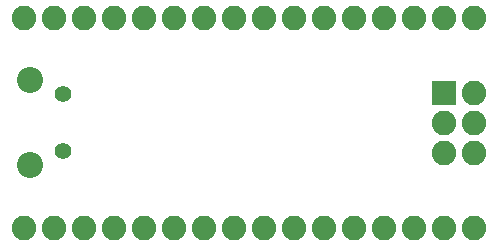
<source format=gbs>
G75*
%MOIN*%
%OFA0B0*%
%FSLAX24Y24*%
%IPPOS*%
%LPD*%
%AMOC8*
5,1,8,0,0,1.08239X$1,22.5*
%
%ADD10C,0.0820*%
%ADD11R,0.0820X0.0820*%
%ADD12C,0.0556*%
%ADD13C,0.0867*%
D10*
X003260Y000680D03*
X004260Y000680D03*
X005260Y000680D03*
X006260Y000680D03*
X007260Y000680D03*
X008260Y000680D03*
X009260Y000680D03*
X010260Y000680D03*
X011260Y000680D03*
X012260Y000680D03*
X013260Y000680D03*
X014260Y000680D03*
X015260Y000680D03*
X016260Y000680D03*
X017260Y000680D03*
X018260Y000680D03*
X018260Y003180D03*
X017260Y003180D03*
X017260Y004180D03*
X018260Y004180D03*
X018260Y005180D03*
X018260Y007680D03*
X017260Y007680D03*
X016260Y007680D03*
X015260Y007680D03*
X014260Y007680D03*
X013260Y007680D03*
X012260Y007680D03*
X011260Y007680D03*
X010260Y007680D03*
X009260Y007680D03*
X008260Y007680D03*
X007260Y007680D03*
X006260Y007680D03*
X005260Y007680D03*
X004260Y007680D03*
X003260Y007680D03*
D11*
X017260Y005180D03*
D12*
X004549Y005135D03*
X004549Y003225D03*
D13*
X003447Y002759D03*
X003447Y005601D03*
M02*

</source>
